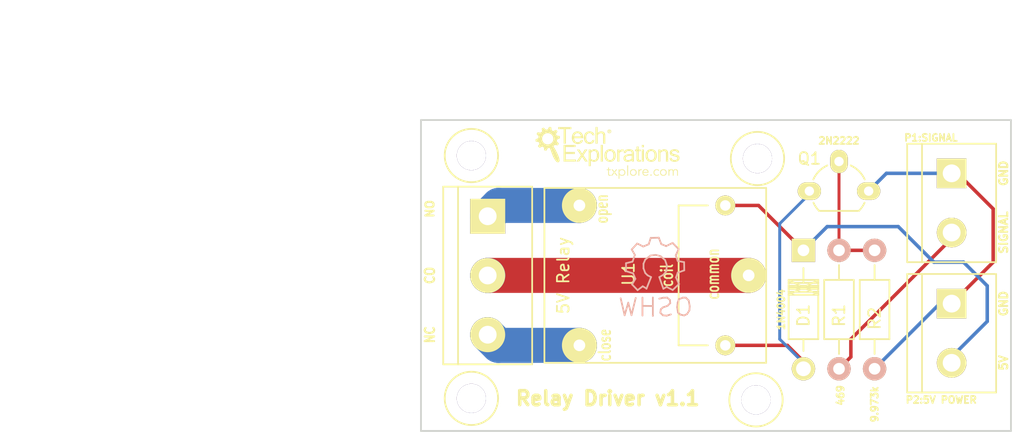
<source format=kicad_pcb>
(kicad_pcb (version 20240108) (generator "pcbnew") (generator_version "8.0")
  (layers (0 "F.Cu" signal) (31 "B.Cu" signal) (34 "B.Paste" user) (35 "F.Paste" user) (36 "B.SilkS" user "B.Silkscreen") (37 "F.SilkS" user "F.Silkscreen") (38 "B.Mask" user) (39 "F.Mask" user) (44 "Edge.Cuts" user))
  (net 0 "")
  (net 1 "Net-(D1-Pad2)")
  (net 2 "Net-(D1-Pad1)")
  (net 3 "GND")
  (net 4 "/signal_in")
  (net 5 "Net-(Q1-Pad1)")
  (net 6 "Net-(P3-Pad1)")
  (net 7 "Net-(P3-Pad2)")
  (net 8 "Net-(P3-Pad3)")
  (footprint "Diodes_ThroughHole:Diode_DO-41_SOD81_Horizontal_RM10" (layer "F.Cu") (at 135.128 109.728 -90)
    (property "Reference" "D1" (at 5.588 0 -90) (layer "F.SilkS"))
    (property "Value" "D")
    (pad "1" thru_hole rect (at 0 -0.00254 90) (size 1.99898 1.99898) (drill 1.00076) (layers "*.Cu" "*.Mask" "F.SilkS") (net 2 "Net-(D1-Pad1)"))
    (pad "2" thru_hole circle (at 10.16 -0.00254 90) (size 1.99898 1.99898) (drill 1.27) (layers "*.Cu" "*.Mask" "F.SilkS") (net 1 "Net-(D1-Pad2)"))
  )
  (footprint "Connect:bornier2" (layer "F.Cu") (at 147.828 105.664 -90)
    (property "Reference" "P1:SIGNAL" (at -5.588 1.778 0) (layer "F.SilkS") (effects (font (size 0.6 0.6))))
    (property "Value" "CONN_01X02" (hide yes))
    (pad "1" thru_hole rect (at -2.54 0 270) (size 2.54 2.54) (drill 1.524) (layers "*.Cu" "*.Mask" "F.SilkS") (net 3 "GND"))
    (pad "2" thru_hole circle (at 2.54 0 270) (size 2.54 2.54) (drill 1.524) (layers "*.Cu" "*.Mask" "F.SilkS") (net 4 "/signal_in"))
  )
  (footprint "Connect:bornier2" (layer "F.Cu") (at 147.828 116.84 -90)
    (property "Reference" "P2:5V POWER" (at 5.715 0.889 0) (layer "F.SilkS") (effects (font (size 0.6 0.6))))
    (property "Value" "CONN_01X02" (hide yes))
    (pad "1" thru_hole rect (at -2.54 0 270) (size 2.54 2.54) (drill 1.524) (layers "*.Cu" "*.Mask" "F.SilkS") (net 3 "GND"))
    (pad "2" thru_hole circle (at 2.54 0 270) (size 2.54 2.54) (drill 1.524) (layers "*.Cu" "*.Mask" "F.SilkS") (net 2 "Net-(D1-Pad1)"))
  )
  (footprint "TO_SOT_Packages_THT:TO-92_Molded_Wide_Oval" (layer "F.Cu") (at 135.636 104.648)
    (property "Reference" "Q1" (at 0 -2.794 0) (layer "F.SilkS"))
    (property "Value" "2N2222" (at 2.54 -4.318 0) (layer "F.SilkS") (effects (font (size 0.6 0.6))))
    (pad "1" thru_hole oval (at 2.54 -2.54 90) (size 1.99898 1.50114) (drill 0.8) (layers "*.Cu" "*.Mask" "F.SilkS") (net 5 "Net-(Q1-Pad1)"))
    (pad "2" thru_hole oval (at 0 0 90) (size 1.50114 1.99898) (drill 0.8) (layers "*.Cu" "*.Mask" "F.SilkS") (net 1 "Net-(D1-Pad2)"))
    (pad "3" thru_hole oval (at 5.08 0 90) (size 1.50114 1.99898) (drill 0.8) (layers "*.Cu" "*.Mask" "F.SilkS") (net 3 "GND"))
  )
  (footprint "Resistors_ThroughHole:Resistor_Horizontal_RM10mm" (layer "F.Cu") (at 138.176 114.808 -90)
    (property "Reference" "R1" (at 0.508 0 -90) (layer "F.SilkS"))
    (property "Value" "R")
    (pad "1" thru_hole circle (at -5.08 0 270) (size 1.99898 1.99898) (drill 1.00076) (layers "*.Cu" "*.SilkS" "*.Mask") (net 5 "Net-(Q1-Pad1)"))
    (pad "2" thru_hole circle (at 5.08 0 270) (size 1.99898 1.99898) (drill 1.00076) (layers "*.Cu" "*.SilkS" "*.Mask") (net 4 "/signal_in"))
  )
  (footprint "Resistors_ThroughHole:Resistor_Horizontal_RM10mm" (layer "F.Cu") (at 141.224 114.808 -90)
    (property "Reference" "R2" (at 0.762 0 -90) (layer "F.SilkS"))
    (property "Value" "R" (hide yes))
    (pad "1" thru_hole circle (at -5.08 0 270) (size 1.99898 1.99898) (drill 1.00076) (layers "*.Cu" "*.SilkS" "*.Mask") (net 5 "Net-(Q1-Pad1)"))
    (pad "2" thru_hole circle (at 5.08 0 270) (size 1.99898 1.99898) (drill 1.00076) (layers "*.Cu" "*.SilkS" "*.Mask") (net 3 "GND"))
  )
  (footprint "bench_computer:SONGLE_5V_Relay" (layer "F.Cu") (at 122.936 111.379)
    (property "Reference" "U1" (at -2.794 0.381 90) (layer "F.SilkS"))
    (property "Value" "5V/10A_relay" (hide yes))
    (fp_text user "common" (at 4.445 0.381 90) (layer "F.SilkS") (effects (font (size 1 0.7))))
    (fp_text user "5V Relay" (at -8.382 0.508 90) (layer "F.SilkS"))
    (fp_text user "close" (at -4.826 6.477 90) (layer "F.SilkS") (effects (font (size 1 0.7))))
    (fp_text user "coil" (at 0.5 0.5 90) (layer "F.SilkS") (effects (font (size 1 0.7))))
    (fp_text user "open" (at -5.08 -5.207 90) (layer "F.SilkS") (effects (font (size 1 0.7))))
    (pad "1" thru_hole circle (at 5.5 -5.5) (size 1.7 1.7) (drill 0.9) (layers "*.Cu" "*.Mask" "F.SilkS") (net 2 "Net-(D1-Pad1)"))
    (pad "2" thru_hole circle (at 5.5 6.5) (size 1.7 1.7) (drill 0.9) (layers "*.Cu" "*.Mask" "F.SilkS") (net 1 "Net-(D1-Pad2)"))
    (pad "3" thru_hole circle (at 7.5 0.5) (size 3 3) (drill 1) (layers "*.Cu" "*.Mask" "F.SilkS") (net 7 "Net-(P3-Pad2)"))
    (pad "4" thru_hole circle (at -7 -5.5) (size 3 3) (drill 1) (layers "*.Cu" "*.Mask" "F.SilkS") (net 6 "Net-(P3-Pad1)"))
    (pad "5" thru_hole circle (at -7 6.5) (size 3 3) (drill 1) (layers "*.Cu" "*.Mask" "F.SilkS") (net 8 "Net-(P3-Pad3)"))
  )
  (footprint "Connect:bornier3" (layer "F.Cu") (at 108.077 111.887 -90)
    (property "Reference" "P3" (hide yes))
    (property "Value" "CONN_01X03" (hide yes))
    (pad "1" thru_hole rect (at -5.08 0 270) (size 3 3) (drill 1.524) (layers "*.Cu" "*.Mask" "F.SilkS") (net 6 "Net-(P3-Pad1)"))
    (pad "2" thru_hole circle (at 0 0 270) (size 3 3) (drill 1.524) (layers "*.Cu" "*.Mask" "F.SilkS") (net 7 "Net-(P3-Pad2)"))
    (pad "3" thru_hole circle (at 5.08 0 270) (size 3 3) (drill 1.524) (layers "*.Cu" "*.Mask" "F.SilkS") (net 8 "Net-(P3-Pad3)"))
  )
  (footprint "Kicad Logos:TE_Logo_12mm" (layer "F.Cu") (at 118.364 101.219)
    (property "Reference" "G***" (hide yes))
    (property "Value" "LOGO" (hide yes))
  )
  (footprint "Connect:1pin" (layer "F.Cu") (at 106.68 101.6)
    (property "Reference" "REF**" (hide yes))
    (property "Value" "1pin")
    (pad "1" thru_hole circle (at 0 0) (size 2.5 2.5) (drill 2.5) (layers "*.Cu" "*.Mask"))
  )
  (footprint "Connect:1pin" (layer "F.Cu") (at 106.68 122.428)
    (property "Reference" "REF**" (hide yes))
    (property "Value" "1pin" (hide yes))
    (pad "1" thru_hole circle (at 0 0) (size 2.5 2.5) (drill 2.5) (layers "*.Cu" "*.Mask"))
  )
  (footprint "Connect:1pin" (layer "F.Cu") (at 131.191 101.854)
    (property "Reference" "REF**" (hide yes))
    (property "Value" "1pin")
    (pad "1" thru_hole circle (at 0 0) (size 2.5 2.5) (drill 2.5) (layers "*.Cu" "*.Mask"))
  )
  (footprint "Connect:1pin" (layer "F.Cu") (at 131.064 122.555)
    (property "Reference" "REF**" (hide yes))
    (property "Value" "1pin" (hide yes))
    (pad "1" thru_hole circle (at 0 0) (size 2.5 2.5) (drill 2.5) (layers "*.Cu" "*.Mask"))
  )
  (footprint "Symbols:Symbol_OSHW-Logo_SilkScreen" (layer "B.Cu") (at 122.428 111.125 180)
    (property "Reference" "REF**" (hide yes))
    (property "Value" "Symbol_OSHW-Logo_SilkScreen" (hide yes))
  )
  (gr_line (start 102.362 125.222) (end 152.908 125.222) (stroke (width 0.15)) (layer "Edge.Cuts"))
  (gr_line (start 102.362 98.552) (end 102.362 125.222) (stroke (width 0.15)) (layer "Edge.Cuts"))
  (gr_line (start 152.908 98.552) (end 102.362 98.552) (stroke (width 0.15)) (layer "Edge.Cuts"))
  (gr_line (start 152.908 125.222) (end 152.908 98.552) (stroke (width 0.15)) (layer "Edge.Cuts"))
  (gr_text "GND" (at 152.273 114.3 90) (layer "F.SilkS") (effects (font (size 0.7 0.7) (thickness 0.175))))
  (gr_text "469" (at 138.303 122.174 90) (layer "F.SilkS") (effects (font (size 0.6 0.6))))
  (gr_text "GND" (at 152.273 103.124 90) (layer "F.SilkS") (effects (font (size 0.7 0.7) (thickness 0.175))))
  (gr_text "NO" (at 103.124 106.172 90) (layer "F.SilkS") (effects (font (size 0.7 0.7) (thickness 0.175))))
  (gr_text "NC" (at 103.124 116.967 90) (layer "F.SilkS") (effects (font (size 0.8 0.7) (thickness 0.175))))
  (gr_text "5V" (at 152.273 119.38 90) (layer "F.SilkS") (effects (font (size 0.7 0.7) (thickness 0.175))))
  (gr_text "Relay Driver v1.1" (at 118.364 122.428 0) (layer "F.SilkS") (effects (font (size 1.2 1.2) (thickness 0.3))))
  (gr_text "9.973k" (at 141.224 122.936 90) (layer "F.SilkS") (effects (font (size 0.6 0.6))))
  (gr_text "SIGNAL" (at 152.273 108.204 90) (layer "F.SilkS") (effects (font (size 0.7 0.7) (thickness 0.175))))
  (gr_text "CO" (at 103.124 111.887 90) (layer "F.SilkS") (effects (font (size 0.8 0.7) (thickness 0.175))))
  (gr_text "1N4004" (at 133.223 114.808 90) (layer "F.SilkS") (effects (font (size 0.6 0.6))))
  (segment (start 135.13054 119.25554) (end 133.754 117.879) (width 0.3) (layer "F.Cu") (net 1))
  (segment (start 133.754 117.879) (end 128.436 117.879) (width 0.3) (layer "F.Cu") (net 1))
  (segment (start 135.13054 119.888) (end 135.13054 119.88546) (width 0.3) (layer "F.Cu") (net 1))
  (segment (start 135.13054 119.888) (end 135.13054 119.25554) (width 0.3) (layer "F.Cu") (net 1))
  (segment (start 135.636 104.902) (end 133.096 107.442) (width 0.25) (layer "B.Cu") (net 1))
  (segment (start 133.096 107.442) (end 133.096 117.348) (width 0.25) (layer "B.Cu") (net 1))
  (segment (start 133.096 117.348) (end 135.13054 119.38254) (width 0.25) (layer "B.Cu") (net 1))
  (segment (start 135.13054 119.38254) (end 135.13054 119.888) (width 0.25) (layer "B.Cu") (net 1))
  (segment (start 135.636 104.648) (end 135.636 104.902) (width 0.25) (layer "B.Cu") (net 1))
  (segment (start 131.279 105.879) (end 135.128 109.728) (width 0.3) (layer "F.Cu") (net 2))
  (segment (start 135.128 109.728) (end 135.13054 109.728) (width 0.3) (layer "F.Cu") (net 2))
  (segment (start 128.436 105.879) (end 131.279 105.879) (width 0.3) (layer "F.Cu") (net 2))
  (segment (start 147.828 118.872) (end 150.876 115.824) (width 0.3) (layer "B.Cu") (net 2))
  (segment (start 150.876 115.824) (end 150.876 112.776) (width 0.3) (layer "B.Cu") (net 2))
  (segment (start 150.876 112.776) (end 148.844 110.744) (width 0.3) (layer "B.Cu") (net 2))
  (segment (start 148.844 110.744) (end 146.304 110.744) (width 0.3) (layer "B.Cu") (net 2))
  (segment (start 146.304 110.744) (end 143.256 107.696) (width 0.3) (layer "B.Cu") (net 2))
  (segment (start 143.256 107.696) (end 137.16254 107.696) (width 0.3) (layer "B.Cu") (net 2))
  (segment (start 137.16254 107.696) (end 135.13054 109.728) (width 0.3) (layer "B.Cu") (net 2))
  (segment (start 147.828 119.38) (end 147.828 118.872) (width 0.3) (layer "B.Cu") (net 2))
  (segment (start 148.336 103.124) (end 151.384 106.172) (width 0.3) (layer "F.Cu") (net 3))
  (segment (start 151.384 106.172) (end 151.384 110.744) (width 0.3) (layer "F.Cu") (net 3))
  (segment (start 151.384 110.744) (end 147.828 114.3) (width 0.3) (layer "F.Cu") (net 3))
  (segment (start 147.828 103.124) (end 148.336 103.124) (width 0.3) (layer "F.Cu") (net 3))
  (segment (start 142.24 103.124) (end 140.716 104.648) (width 0.3) (layer "B.Cu") (net 3))
  (segment (start 146.812 114.3) (end 141.224 119.888) (width 0.3) (layer "B.Cu") (net 3))
  (segment (start 147.828 103.124) (end 142.24 103.124) (width 0.3) (layer "B.Cu") (net 3))
  (segment (start 147.828 114.3) (end 146.812 114.3) (width 0.3) (layer "B.Cu") (net 3))
  (segment (start 147.828 108.712) (end 139.192 117.348) (width 0.3) (layer "F.Cu") (net 4))
  (segment (start 139.192 117.348) (end 139.192 118.872) (width 0.3) (layer "F.Cu") (net 4))
  (segment (start 139.192 118.872) (end 138.176 119.888) (width 0.3) (layer "F.Cu") (net 4))
  (segment (start 147.828 108.204) (end 147.828 108.712) (width 0.3) (layer "F.Cu") (net 4))
  (segment (start 138.176 102.108) (end 138.176 109.728) (width 0.25) (layer "F.Cu") (net 5))
  (segment (start 138.176 109.728) (end 141.224 109.728) (width 0.3) (layer "F.Cu") (net 5))
  (segment (start 109.005 105.879) (end 108.077 106.807) (width 3) (layer "B.Cu") (net 6))
  (segment (start 115.936 105.879) (end 109.005 105.879) (width 3) (layer "B.Cu") (net 6))
  (segment (start 108.085 111.879) (end 108.077 111.887) (width 0.5) (layer "F.Cu") (net 7))
  (segment (start 130.436 111.879) (end 108.085 111.879) (width 3) (layer "F.Cu") (net 7))
  (segment (start 108.085 111.879) (end 108.077 111.887) (width 3) (layer "B.Cu") (net 7))
  (segment (start 108.989 117.879) (end 108.077 116.967) (width 3) (layer "B.Cu") (net 8))
  (segment (start 115.936 117.879) (end 108.989 117.879) (width 3) (layer "B.Cu") (net 8))
)
</source>
